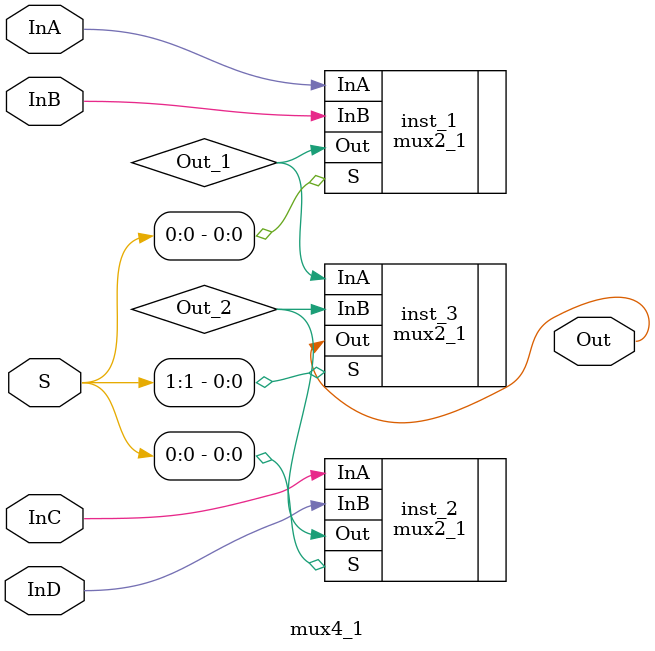
<source format=v>

module mux4_1 (
	input       InA,
	input       InB,
	input       InC,
	input       InD,
	input [1:0] S,
	output      Out );

//Internal Variable declaration//

wire Out_1;
wire Out_2;

//Logic//

mux2_1 inst_1 (
	.InA(InA),
	.InB(InB),
	.S(S[0]),
	.Out(Out_1)
);
       	        
mux2_1 inst_2 (
	.InA(InC),
	.InB(InD),
	.S(S[0]),
	.Out(Out_2)
);

mux2_1 inst_3 (
	.InA(Out_1),
	.InB(Out_2),
	.S(S[1]),
	.Out(Out)
);

endmodule
	

</source>
